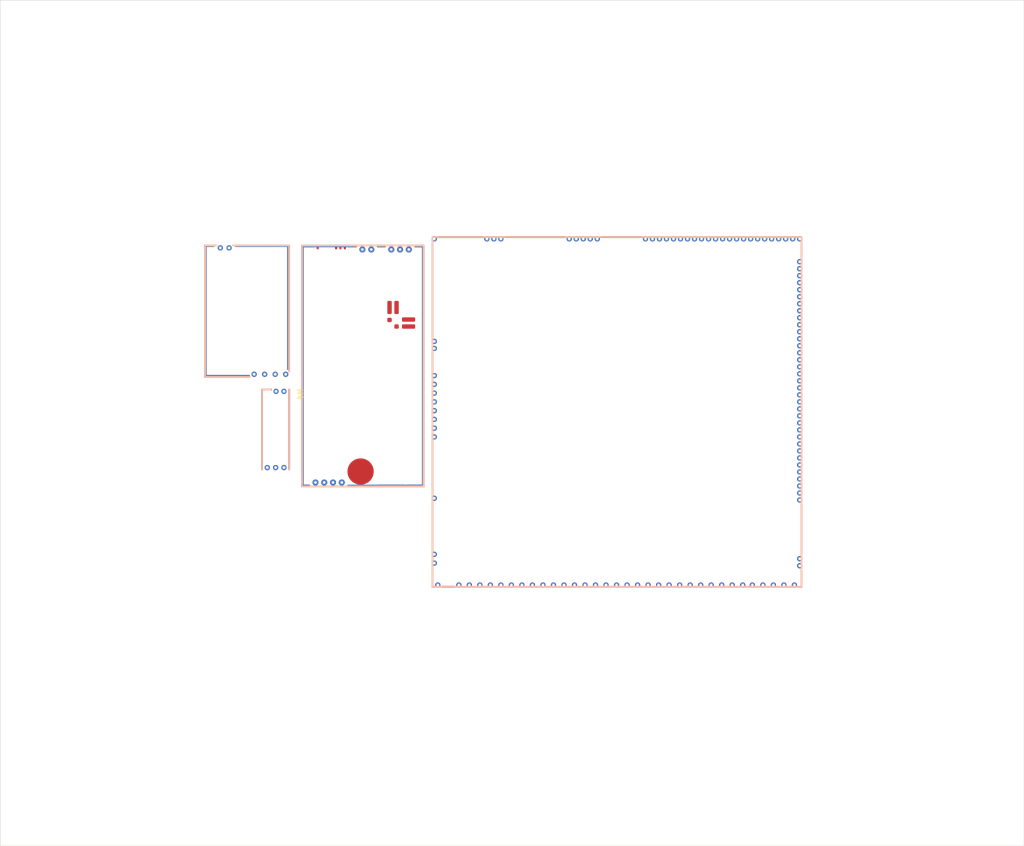
<source format=kicad_pcb>
(kicad_pcb (version 20221018) (generator pcbnew)
  (layers (0 "F.Cu" signal) (31 "B.Cu" signal) (34 "B.Paste" user) (35 "F.Paste" user) (36 "B.SilkS" user "B.Silkscreen") (37 "F.SilkS" user "F.Silkscreen") (38 "B.Mask" user) (39 "F.Mask" user) (44 "Edge.Cuts" user))
  (net 0 "")
  (footprint "0.3:vr-max9924" (layer "F.Cu") (at 91.860001 71.07 -90)
    (fp_text reference "M3" hide)
    (fp_text value "Module-vr-max9924-0.1" hide)
    (fp_line (start 0.1 -9.7) (end 0.1 -3.3) (stroke (width 0.2)) (layer "B.SilkS"))
    (fp_line (start 0.1 -0.1) (end 0.1 -1.4) (stroke (width 0.2)) (layer "B.SilkS"))
    (fp_line (start 0.1 -0.1) (end 15.1 -0.1) (stroke (width 0.2)) (layer "B.SilkS"))
    (fp_line (start 14.5 -9.7) (end 0.1 -9.7) (stroke (width 0.2)) (layer "B.SilkS"))
    (fp_line (start 15.1 -0.1) (end 15.1 -5.2) (stroke (width 0.2)) (layer "B.SilkS"))
    (fp_line (start 0.1 -9.7) (end 0.1 -3.3) (stroke (width 0.2)) (layer "F.SilkS"))
    (fp_line (start 0.1 -0.1) (end 0.1 -1.4) (stroke (width 0.2)) (layer "F.SilkS"))
    (fp_line (start 0.1 -0.1) (end 15.1 -0.1) (stroke (width 0.2)) (layer "F.SilkS"))
    (fp_line (start 14.5 -9.7) (end 0.1 -9.7) (stroke (width 0.2)) (layer "F.SilkS"))
    (fp_line (start 15.1 -0.1) (end 15.1 -5.2) (stroke (width 0.2)) (layer "F.SilkS"))
    (pad "E1" thru_hole circle (at 14.8 -6.9 90) (size 0.6 0.6) (drill 0.3) (layers "*.Cu" "*.Mask"))
    (pad "E2" thru_hole circle (at 14.8 -5.7 90) (size 0.6 0.6) (drill 0.3) (layers "*.Cu" "*.Mask"))
    (pad "E3" thru_hole circle (at 14.8 -8.1 90) (size 0.6 0.6) (drill 0.3) (layers "*.Cu" "*.Mask"))
    (pad "E4" thru_hole circle (at 14.8 -9.3 90) (size 0.6 0.6) (drill 0.3) (layers "*.Cu" "*.Mask"))
    (pad "G" smd rect (at 0.15 -6.6325 270) (size 0.25 6.185) (layers "F.Cu"))
    (pad "G" smd rect (at 0.15 -6.6325 270) (size 0.25 6.185) (layers "B.Cu"))
    (pad "G" smd rect (at 0.15 -0.5825 270) (size 0.25 1.115) (layers "F.Cu"))
    (pad "G" smd rect (at 0.15 -0.5825 270) (size 0.25 1.115) (layers "B.Cu"))
    (pad "G" smd rect (at 7.1625 -9.6) (size 0.25 14.275) (layers "F.Cu"))
    (pad "G" smd rect (at 7.1625 -9.6) (size 0.25 14.275) (layers "B.Cu"))
    (pad "G" smd rect (at 7.575 -0.15) (size 0.25 15.1) (layers "F.Cu"))
    (pad "G" smd rect (at 7.575 -0.15) (size 0.25 15.1) (layers "B.Cu"))
    (pad "G" smd rect (at 15 -2.6125 270) (size 0.25 5.175) (layers "F.Cu"))
    (pad "G" smd rect (at 15 -2.6125 270) (size 0.25 5.175) (layers "B.Cu"))
    (pad "W1" thru_hole circle (at 0.375 -2.84 90) (size 0.6 0.6) (drill 0.3) (layers "*.Cu" "*.Mask"))
    (pad "W2" thru_hole circle (at 0.375 -1.84 90) (size 0.6 0.6) (drill 0.3) (layers "*.Cu" "*.Mask"))
  )
  (footprint "0.2:knock" (layer "F.Cu") (at 98.359998 87.52 -90)
    (fp_text reference "M4" (at -0.0998 -4.0382 -90 unlocked) (layer "F.SilkS") (effects (font (size 0.6 0.6) (thickness 0.254)) (justify left bottom)))
    (fp_text value "Module-knock-0.2" hide)
    (fp_line (start 0.1 -3.200003) (end 9.2 -3.200003) (stroke (width 0.2)) (layer "B.SilkS"))
    (fp_line (start 0.1 -0.1) (end 0.1 -1.100002) (stroke (width 0.2)) (layer "B.SilkS"))
    (fp_line (start 0.1 -0.1) (end 9.2 -0.1) (stroke (width 0.2)) (layer "B.SilkS"))
    (fp_line (start 0.1 -3.200003) (end 9.2 -3.200003) (stroke (width 0.2)) (layer "F.SilkS"))
    (fp_line (start 0.1 -0.1) (end 0.1 -1.100002) (stroke (width 0.2)) (layer "F.SilkS"))
    (fp_line (start 0.1 -0.1) (end 9.2 -0.1) (stroke (width 0.2)) (layer "F.SilkS"))
    (pad "E1" thru_hole circle (at 9 -2.6 90) (size 0.6 0.6) (drill 0.3) (layers "*.Cu" "*.Mask"))
    (pad "E2" smd oval (at 0.1 -0.625 90) (size 0.2 1.225) (layers "F.Cu" "F.Paste" "F.Mask"))
    (pad "E2" smd oval (at 0.1 -0.625 90) (size 0.2 1.225) (layers "B.Cu" "B.Paste" "B.Mask"))
    (pad "E2" smd oval (at 4.65 -3.2) (size 0.2 9.3) (layers "F.Cu" "F.Paste" "F.Mask"))
    (pad "E2" smd oval (at 4.65 -3.2) (size 0.2 9.3) (layers "B.Cu" "B.Paste" "B.Mask"))
    (pad "E2" smd oval (at 4.65 -0.1 180) (size 0.2 9.3) (layers "F.Cu" "F.Paste" "F.Mask"))
    (pad "E2" smd oval (at 4.65 -0.1 180) (size 0.2 9.3) (layers "B.Cu" "B.Paste" "B.Mask"))
    (pad "E2" thru_hole circle (at 9 -1.65 90) (size 0.6 0.6) (drill 0.3) (layers "*.Cu" "*.Mask"))
    (pad "E3" thru_hole circle (at 9 -0.700002 90) (size 0.6 0.6) (drill 0.3) (layers "*.Cu" "*.Mask"))
    (pad "W1" thru_hole circle (at 0.3 -1.7 270) (size 0.6 0.6) (drill 0.3) (layers "*.Cu" "*.Mask"))
    (pad "W2" thru_hole circle (at 0.3 -2.6 270) (size 0.6 0.6) (drill 0.3) (layers "*.Cu" "*.Mask"))
  )
  (footprint "0.1:mega-mcu64" (layer "F.Cu") (at 117.819998 110.220003)
    (fp_text reference "M1" hide)
    (fp_text value "Module-mega-mcu64-0.1" hide)
    (fp_line (start 0.099999 -39.999998) (end 40.900002 -39.999998) (stroke (width 0.2)) (layer "B.SilkS"))
    (fp_line (start 0.099999 -0.099999) (end 0.099999 -39.999998) (stroke (width 0.2)) (layer "B.SilkS"))
    (fp_line (start 0.099999 -0.099999) (end 42.199999 -0.099999) (stroke (width 0.2)) (layer "B.SilkS"))
    (fp_line (start 40.900002 -39.999998) (end 42.200002 -39.999998) (stroke (width 0.2)) (layer "B.SilkS"))
    (fp_line (start 42.199999 -0.099999) (end 42.200002 -39.999998) (stroke (width 0.2)) (layer "B.SilkS"))
    (fp_line (start 0.099999 -39.999998) (end 40.900002 -39.999998) (stroke (width 0.2)) (layer "F.SilkS"))
    (fp_line (start 0.099999 -0.099999) (end 0.099999 -39.999998) (stroke (width 0.2)) (layer "F.SilkS"))
    (fp_line (start 0.099999 -0.099999) (end 42.199999 -0.099999) (stroke (width 0.2)) (layer "F.SilkS"))
    (fp_line (start 40.900002 -39.999998) (end 42.200002 -39.999998) (stroke (width 0.2)) (layer "F.SilkS"))
    (fp_line (start 42.199999 -0.099999) (end 42.200002 -39.999998) (stroke (width 0.2)) (layer "F.SilkS"))
    (pad "E1" thru_hole circle (at 42.000002 -37.199996) (size 0.6 0.6) (drill 0.3) (layers "*.Cu"))
    (pad "E2" thru_hole circle (at 42.000002 -36.399995) (size 0.6 0.6) (drill 0.3) (layers "*.Cu"))
    (pad "E3" thru_hole circle (at 42.000002 -35.599997) (size 0.6 0.6) (drill 0.3) (layers "*.Cu"))
    (pad "E4" thru_hole circle (at 42.000002 -34.799996) (size 0.6 0.6) (drill 0.3) (layers "*.Cu"))
    (pad "E6" thru_hole circle (at 42.000002 -33.999995 270) (size 0.6 0.6) (drill 0.3) (layers "*.Cu"))
    (pad "E7" thru_hole circle (at 41.999999 -33.199997 270) (size 0.6 0.6) (drill 0.3) (layers "*.Cu"))
    (pad "E8" thru_hole circle (at 41.999999 -32.399996 270) (size 0.6 0.6) (drill 0.3) (layers "*.Cu"))
    (pad "E9" thru_hole circle (at 42.000002 -31.599992 270) (size 0.6 0.6) (drill 0.3) (layers "*.Cu"))
    (pad "E10" thru_hole circle (at 42.000002 -30.799996 270) (size 0.6 0.6) (drill 0.3) (layers "*.Cu"))
    (pad "E11" thru_hole circle (at 42.000002 -29.999996 270) (size 0.6 0.6) (drill 0.3) (layers "*.Cu"))
    (pad "E12" thru_hole circle (at 42.000002 -29.199995 270) (size 0.6 0.6) (drill 0.3) (layers "*.Cu"))
    (pad "E13" thru_hole circle (at 41.999999 -28.399996 270) (size 0.6 0.6) (drill 0.3) (layers "*.Cu"))
    (pad "E14" thru_hole circle (at 41.999999 -27.599995 270) (size 0.6 0.6) (drill 0.3) (layers "*.Cu"))
    (pad "E15" thru_hole circle (at 41.999999 -26.799994 270) (size 0.6 0.6) (drill 0.3) (layers "*.Cu"))
    (pad "E16" thru_hole circle (at 42.000002 -25.999996 270) (size 0.6 0.6) (drill 0.3) (layers "*.Cu"))
    (pad "E17" thru_hole circle (at 42.000002 -25.199995 270) (size 0.6 0.6) (drill 0.3) (layers "*.Cu"))
    (pad "E18" thru_hole circle (at 42.000002 -24.399997 270) (size 0.6 0.6) (drill 0.3) (layers "*.Cu"))
    (pad "E19" thru_hole circle (at 41.999999 -23.599996 270) (size 0.6 0.6) (drill 0.3) (layers "*.Cu"))
    (pad "E20" thru_hole circle (at 41.999999 -22.799995 270) (size 0.6 0.6) (drill 0.3) (layers "*.Cu"))
    (pad "E21" thru_hole circle (at 42.000002 -21.999996 270) (size 0.6 0.6) (drill 0.3) (layers "*.Cu"))
    (pad "E22" thru_hole circle (at 42.000002 -21.199995 270) (size 0.6 0.6) (drill 0.3) (layers "*.Cu"))
    (pad "E23" thru_hole circle (at 42.000002 -20.399994 270) (size 0.6 0.6) (drill 0.3) (layers "*.Cu"))
    (pad "E24" thru_hole circle (at 42.000002 -19.599996 270) (size 0.6 0.6) (drill 0.3) (layers "*.Cu"))
    (pad "E25" thru_hole circle (at 42.000002 -18.799995 180) (size 0.6 0.6) (drill 0.3) (layers "*.Cu"))
    (pad "E26" thru_hole circle (at 42.000002 -17.999997 180) (size 0.6 0.6) (drill 0.3) (layers "*.Cu"))
    (pad "E27" thru_hole circle (at 42.000002 -17.199996 270) (size 0.6 0.6) (drill 0.3) (layers "*.Cu"))
    (pad "E28" thru_hole circle (at 42.000002 -16.399995 270) (size 0.6 0.6) (drill 0.3) (layers "*.Cu"))
    (pad "E29" thru_hole circle (at 42.000002 -15.599996 180) (size 0.6 0.6) (drill 0.3) (layers "*.Cu"))
    (pad "E30" thru_hole circle (at 42.000002 -14.799995 180) (size 0.6 0.6) (drill 0.3) (layers "*.Cu"))
    (pad "E31" thru_hole circle (at 41.999999 -13.999997 180) (size 0.6 0.6) (drill 0.3) (layers "*.Cu"))
    (pad "E32" thru_hole circle (at 42.000002 -13.199994 180) (size 0.6 0.6) (drill 0.3) (layers "*.Cu"))
    (pad "E33" thru_hole circle (at 42.000002 -12.399995 180) (size 0.6 0.6) (drill 0.3) (layers "*.Cu"))
    (pad "E34" thru_hole circle (at 42.000002 -11.599997 180) (size 0.6 0.6) (drill 0.3) (layers "*.Cu"))
    (pad "E35" thru_hole circle (at 42.000002 -10.799996 270) (size 0.6 0.6) (drill 0.3) (layers "*.Cu"))
    (pad "E36" thru_hole circle (at 42.000002 -9.999995 270) (size 0.6 0.6) (drill 0.3) (layers "*.Cu"))
    (pad "E38" thru_hole circle (at 41.999999 -3.300001 270) (size 0.6 0.6) (drill 0.3) (layers "*.Cu"))
    (pad "E39" thru_hole circle (at 42.000002 -2.5 270) (size 0.6 0.6) (drill 0.3) (layers "*.Cu"))
    (pad "G" smd rect (at 0.099997 -1.15) (size 0.2 2.3) (layers "F.Cu" "F.Paste"))
    (pad "G" smd rect (at 0.099997 -1.15) (size 0.2 2.3) (layers "B.Cu" "B.Paste"))
    (pad "G" smd rect (at 0.099999 -33.949998) (size 0.2 10.7) (layers "F.Cu" "F.Paste"))
    (pad "G" smd rect (at 0.099999 -33.949998) (size 0.2 10.7) (layers "B.Cu" "B.Paste"))
    (pad "G" smd rect (at 0.099999 -25.749999) (size 0.2 2.1) (layers "F.Cu" "F.Paste"))
    (pad "G" smd rect (at 0.099999 -25.749999) (size 0.2 2.1) (layers "B.Cu" "B.Paste"))
    (pad "G" smd rect (at 0.099999 -13.7) (size 0.2 6) (layers "F.Cu" "F.Paste"))
    (pad "G" smd rect (at 0.099999 -13.7) (size 0.2 6) (layers "B.Cu" "B.Paste"))
    (pad "G" smd rect (at 0.099999 -7.000003) (size 0.2 5.4) (layers "F.Cu" "F.Paste"))
    (pad "G" smd rect (at 0.099999 -7.000003) (size 0.2 5.4) (layers "B.Cu" "B.Paste"))
    (pad "G" smd rect (at 1.900006 -0.099997 90) (size 0.2 1.4) (layers "F.Cu" "F.Paste"))
    (pad "G" smd rect (at 1.900006 -0.099997 90) (size 0.2 1.4) (layers "B.Cu" "B.Paste"))
    (pad "G" smd rect (at 3.300001 -39.999998 270) (size 0.2 5) (layers "F.Cu" "F.Paste"))
    (pad "G" smd rect (at 3.300001 -39.999998 270) (size 0.2 5) (layers "B.Cu" "B.Paste"))
    (pad "G" smd rect (at 11.800004 -39.999998 270) (size 0.2 6.8) (layers "F.Cu" "F.Paste"))
    (pad "G" smd rect (at 11.800004 -39.999998 270) (size 0.2 6.8) (layers "B.Cu" "B.Paste"))
    (pad "G" smd rect (at 21.650007 -39.999998 270) (size 0.2 4.5) (layers "F.Cu" "F.Paste"))
    (pad "G" smd rect (at 21.650007 -39.999998 270) (size 0.2 4.5) (layers "B.Cu" "B.Paste"))
    (pad "G" smd rect (at 42.200002 -38.499999 180) (size 0.2 1.6) (layers "F.Cu" "F.Paste"))
    (pad "G" smd rect (at 42.200002 -38.499999 180) (size 0.2 1.6) (layers "B.Cu" "B.Paste"))
    (pad "G" smd rect (at 42.200002 -6.649996 180) (size 0.2 5.7) (layers "F.Cu" "F.Paste"))
    (pad "G" smd rect (at 42.200002 -6.649996 180) (size 0.2 5.7) (layers "B.Cu" "B.Paste"))
    (pad "G" smd rect (at 42.200002 -1.000003 180) (size 0.2 2) (layers "F.Cu" "F.Paste"))
    (pad "G" smd rect (at 42.200002 -1.000003 180) (size 0.2 2) (layers "B.Cu" "B.Paste"))
    (pad "N1" thru_hole circle (at 42.000002 -39.799999 270) (size 0.6 0.6) (drill 0.3) (layers "*.Cu"))
    (pad "N2" thru_hole circle (at 41.200004 -39.800001 270) (size 0.6 0.6) (drill 0.3) (layers "*.Cu"))
    (pad "N3" thru_hole circle (at 40.400003 -39.800001 270) (size 0.6 0.6) (drill 0.3) (layers "*.Cu"))
    (pad "N4" thru_hole circle (at 39.600004 -39.799999 270) (size 0.6 0.6) (drill 0.3) (layers "*.Cu"))
    (pad "N5" thru_hole circle (at 38.800003 -39.799999 90) (size 0.6 0.6) (drill 0.3) (layers "*.Cu"))
    (pad "N6" thru_hole circle (at 38.000002 -39.799999 270) (size 0.6 0.6) (drill 0.3) (layers "*.Cu"))
    (pad "N7" thru_hole circle (at 37.200004 -39.799999 270) (size 0.6 0.6) (drill 0.3) (layers "*.Cu"))
    (pad "N8" thru_hole circle (at 36.400003 -39.800001 270) (size 0.6 0.6) (drill 0.3) (layers "*.Cu"))
    (pad "N9" thru_hole circle (at 35.600005 -39.799999 90) (size 0.6 0.6) (drill 0.3) (layers "*.Cu"))
    (pad "N10" thru_hole circle (at 34.800004 -39.799999 90) (size 0.6 0.6) (drill 0.3) (layers "*.Cu"))
    (pad "N11" thru_hole circle (at 34.000003 -39.799999 90) (size 0.6 0.6) (drill 0.3) (layers "*.Cu"))
    (pad "N12" thru_hole circle (at 33.200002 -39.799999 90) (size 0.6 0.6) (drill 0.3) (layers "*.Cu"))
    (pad "N13" thru_hole circle (at 32.400003 -39.799999 90) (size 0.6 0.6) (drill 0.3) (layers "*.Cu"))
    (pad "N14" thru_hole circle (at 31.600002 -39.799999 270) (size 0.6 0.6) (drill 0.3) (layers "*.Cu"))
    (pad "N15" thru_hole circle (at 30.800001 -39.800001 270) (size 0.6 0.6) (drill 0.3) (layers "*.Cu"))
    (pad "N16" thru_hole circle (at 30.000001 -39.800001 270) (size 0.6 0.6) (drill 0.3) (layers "*.Cu"))
    (pad "N17" thru_hole circle (at 29.200002 -39.799999 270) (size 0.6 0.6) (drill 0.3) (layers "*.Cu"))
    (pad "N18" thru_hole circle (at 28.400001 -39.799999 270) (size 0.6 0.6) (drill 0.3) (layers "*.Cu"))
    (pad "N19" thru_hole circle (at 27.600003 -39.799999 270) (size 0.6 0.6) (drill 0.3) (layers "*.Cu"))
    (pad "N20" thru_hole circle (at 26.800002 -39.799999 270) (size 0.6 0.6) (drill 0.3) (layers "*.Cu"))
    (pad "N21" thru_hole circle (at 26.000003 -39.800001 270) (size 0.6 0.6) (drill 0.3) (layers "*.Cu"))
    (pad "N22" thru_hole circle (at 25.200002 -39.799999 270) (size 0.6 0.6) (drill 0.3) (layers "*.Cu"))
    (pad "N23" thru_hole circle (at 24.400002 -39.799999 270) (size 0.6 0.6) (drill 0.3) (layers "*.Cu"))
    (pad "N24" thru_hole circle (at 18.900002 -39.799999 270) (size 0.6 0.6) (drill 0.3) (layers "*.Cu"))
    (pad "N25" thru_hole circle (at 18.100001 -39.799999 270) (size 0.6 0.6) (drill 0.3) (layers "*.Cu"))
    (pad "N26" thru_hole circle (at 17.300003 -39.799999 270) (size 0.6 0.6) (drill 0.3) (layers "*.Cu"))
    (pad "N27" thru_hole circle (at 16.500005 -39.799999 270) (size 0.6 0.6) (drill 0.3) (layers "*.Cu"))
    (pad "N28" thru_hole circle (at 15.700006 -39.799999 270) (size 0.6 0.6) (drill 0.3) (layers "*.Cu"))
    (pad "N29" thru_hole circle (at 7.900002 -39.799999 270) (size 0.6 0.6) (drill 0.3) (layers "*.Cu"))
    (pad "N30" thru_hole circle (at 7.100003 -39.799999 270) (size 0.6 0.6) (drill 0.3) (layers "*.Cu"))
    (pad "N31" thru_hole circle (at 6.300005 -39.799999 270) (size 0.6 0.6) (drill 0.3) (layers "*.Cu"))
    (pad "N32" thru_hole circle (at 0.300001 -39.799999 270) (size 0.6 0.6) (drill 0.3) (layers "*.Cu"))
    (pad "S1" thru_hole circle (at 41.400001 -0.299994 270) (size 0.6 0.6) (drill 0.3) (layers "*.Cu"))
    (pad "S2" thru_hole circle (at 40.2 -0.299996 270) (size 0.6 0.6) (drill 0.3) (layers "*.Cu"))
    (pad "S3" thru_hole circle (at 39.000003 -0.299996 270) (size 0.6 0.6) (drill 0.3) (layers "*.Cu"))
    (pad "S4" thru_hole circle (at 37.800003 -0.299994 270) (size 0.6 0.6) (drill 0.3) (layers "*.Cu"))
    (pad "S5" thru_hole circle (at 36.600003 -0.299996 270) (size 0.6 0.6) (drill 0.3) (layers "*.Cu"))
    (pad "S6" thru_hole circle (at 35.500015 -0.299996 270) (size 0.6 0.6) (drill 0.3) (layers "*.Cu"))
    (pad "S7" thru_hole circle (at 34.300015 -0.299996 270) (size 0.6 0.6) (drill 0.3) (layers "*.Cu"))
    (pad "S8" thru_hole circle (at 33.100017 -0.299994 270) (size 0.6 0.6) (drill 0.3) (layers "*.Cu"))
    (pad "S9" thru_hole circle (at 31.900017 -0.299996 270) (size 0.6 0.6) (drill 0.3) (layers "*.Cu"))
    (pad "S10" thru_hole circle (at 30.700014 -0.299996 270) (size 0.6 0.6) (drill 0.3) (layers "*.Cu"))
    (pad "S11" thru_hole circle (at 29.500012 -0.299994 270) (size 0.6 0.6) (drill 0.3) (layers "*.Cu"))
    (pad "S12" thru_hole circle (at 28.300014 -0.299996 270) (size 0.6 0.6) (drill 0.3) (layers "*.Cu"))
    (pad "S13" thru_hole circle (at 27.100016 -0.299996 270) (size 0.6 0.6) (drill 0.3) (layers "*.Cu"))
    (pad "S14" thru_hole circle (at 25.900009 -0.299996 270) (size 0.6 0.6) (drill 0.3) (layers "*.Cu"))
    (pad "S15" thru_hole circle (at 24.700009 -0.299996 270) (size 0.6 0.6) (drill 0.3) (layers "*.Cu"))
    (pad "S16" thru_hole circle (at 23.500011 -0.299996 270) (size 0.6 0.6) (drill 0.3) (layers "*.Cu"))
    (pad "S17" thru_hole circle (at 22.300011 -0.299996 270) (size 0.6 0.6) (drill 0.3) (layers "*.Cu"))
    (pad "S18" thru_hole circle (at 21.100006 -0.299996 270) (size 0.6 0.6) (drill 0.3) (layers "*.Cu"))
    (pad "S19" thru_hole circle (at 19.900005 -0.299996 270) (size 0.6 0.6) (drill 0.3) (layers "*.Cu"))
    (pad "S20" thru_hole circle (at 18.700008 -0.299994 270) (size 0.6 0.6) (drill 0.3) (layers "*.Cu"))
    (pad "S21" thru_hole circle (at 17.500008 -0.299996 270) (size 0.6 0.6) (drill 0.3) (layers "*.Cu"))
    (pad "S22" thru_hole circle (at 16.300005 -0.299994 270) (size 0.6 0.6) (drill 0.3) (layers "*.Cu"))
    (pad "S23" thru_hole circle (at 15.100005 -0.299996 270) (size 0.6 0.6) (drill 0.3) (layers "*.Cu"))
    (pad "S24" thru_hole circle (at 13.90001 -0.299996 270) (size 0.6 0.6) (drill 0.3) (layers "*.Cu"))
    (pad "S25" thru_hole circle (at 12.700007 -0.299994 270) (size 0.6 0.6) (drill 0.3) (layers "*.Cu"))
    (pad "S26" thru_hole circle (at 11.500002 -0.299996 270) (size 0.6 0.6) (drill 0.3) (layers "*.Cu"))
    (pad "S27" thru_hole circle (at 10.300002 -0.299994 270) (size 0.6 0.6) (drill 0.3) (layers "*.Cu"))
    (pad "S28" thru_hole circle (at 9.100004 -0.299996 270) (size 0.6 0.6) (drill 0.3) (layers "*.Cu"))
    (pad "S29" thru_hole circle (at 7.900004 -0.299996 270) (size 0.6 0.6) (drill 0.3) (layers "*.Cu"))
    (pad "S30" thru_hole circle (at 6.699999 -0.299996 270) (size 0.6 0.6) (drill 0.3) (layers "*.Cu"))
    (pad "S31" thru_hole circle (at 5.499999 -0.299996 270) (size 0.6 0.6) (drill 0.3) (layers "*.Cu"))
    (pad "S32" thru_hole circle (at 4.300001 -0.299996 270) (size 0.6 0.6) (drill 0.3) (layers "*.Cu"))
    (pad "S33" thru_hole circle (at 3.100001 -0.299996 270) (size 0.6 0.6) (drill 0.3) (layers "*.Cu"))
    (pad "S35" thru_hole circle (at 0.700001 -0.299996 270) (size 0.6 0.6) (drill 0.3) (layers "*.Cu"))
    (pad "W1" thru_hole circle (at 0.299999 -2.799999 180) (size 0.6 0.6) (drill 0.3) (layers "*.Cu"))
    (pad "W2" thru_hole circle (at 0.299999 -3.8 270) (size 0.6 0.6) (drill 0.3) (layers "*.Cu"))
    (pad "W3" thru_hole circle (at 0.300001 -10.200002 180) (size 0.6 0.6) (drill 0.3) (layers "*.Cu"))
    (pad "W4" thru_hole circle (at 0.300001 -17.199998 180) (size 0.6 0.6) (drill 0.3) (layers "*.Cu"))
    (pad "W5" thru_hole circle (at 0.300001 -18.199999 180) (size 0.6 0.6) (drill 0.3) (layers "*.Cu"))
    (pad "W6" thru_hole circle (at 0.300001 -19.199997 180) (size 0.6 0.6) (drill 0.3) (layers "*.Cu"))
    (pad "W7" thru_hole circle (at 0.300001 -20.199997 180) (size 0.6 0.6) (drill 0.3) (layers "*.Cu"))
    (pad "W8" thru_hole circle (at 0.300001 -21.199998 180) (size 0.6 0.6) (drill 0.3) (layers "*.Cu"))
    (pad "W9" thru_hole circle (at 0.300001 -22.199996 180) (size 0.6 0.6) (drill 0.3) (layers "*.Cu"))
    (pad "W10" thru_hole circle (at 0.300001 -23.199996 180) (size 0.6 0.6) (drill 0.3) (layers "*.Cu"))
    (pad "W11" thru_hole circle (at 0.300001 -24.199994 180) (size 0.6 0.6) (drill 0.3) (layers "*.Cu"))
    (pad "W12" thru_hole circle (at 0.300001 -27.299998 270) (size 0.6 0.6) (drill 0.3) (layers "*.Cu"))
    (pad "W13" thru_hole circle (at 0.300001 -28.099999 270) (size 0.6 0.6) (drill 0.3) (layers "*.Cu"))
  )
  (footprint "0.5:wbo" (layer "F.Cu") (at 102.910001 71.07 -90)
    (fp_text reference "M2" hide)
    (fp_text value "Module-wbo-0.5" hide)
    (fp_rect (start 27.6 -14) (end 0.1 -0.1) (stroke (width 0.2)) (fill none) (layer "B.SilkS"))
    (fp_rect (start 27.6 -14) (end 0.1 -0.1) (stroke (width 0.2)) (fill none) (layer "F.SilkS"))
    (pad "E1" thru_hole circle (at 27.15 -1.65) (size 0.7 0.7) (drill 0.3) (layers "*.Cu"))
    (pad "E2" thru_hole circle (at 27.15 -4.65) (size 0.7 0.7) (drill 0.3) (layers "*.Cu"))
    (pad "E3" thru_hole circle (at 27.15 -3.65) (size 0.7 0.7) (drill 0.3) (layers "*.Cu"))
    (pad "E4" thru_hole circle (at 27.15 -2.65) (size 0.7 0.7) (drill 0.3) (layers "*.Cu"))
    (pad "E5" smd circle (at 25.9 -6.8 270) (size 3 3) (layers "F.Cu"))
    (pad "E6" smd rect (at 27.525 -10.3 270) (size 0.25 3) (layers "F.Cu"))
    (pad "G" smd rect (at 0.175 -13.5 270) (size 0.25 1.1) (layers "F.Cu"))
    (pad "G" smd rect (at 0.175 -13.5 270) (size 0.25 1.1) (layers "B.Cu"))
    (pad "G" smd rect (at 0.175 -9.16 270) (size 0.25 0.98) (layers "F.Cu"))
    (pad "G" smd rect (at 0.175 -9.16 270) (size 0.25 0.98) (layers "B.Cu"))
    (pad "G" smd rect (at 0.175 -5.86 270) (size 0.25 0.98) (layers "F.Cu"))
    (pad "G" smd rect (at 0.175 -3.2 270) (size 0.25 6.3) (layers "B.Cu"))
    (pad "G" smd rect (at 0.175 -0.775 270) (size 0.25 1.45) (layers "F.Cu"))
    (pad "G" smd rect (at 13.85 -13.925) (size 0.25 27.6) (layers "F.Cu"))
    (pad "G" smd rect (at 13.85 -13.925) (size 0.25 27.6) (layers "B.Cu"))
    (pad "G" smd rect (at 13.85 -0.175) (size 0.25 27.6) (layers "F.Cu"))
    (pad "G" smd rect (at 13.85 -0.175) (size 0.25 27.6) (layers "B.Cu"))
    (pad "G" smd rect (at 27.525 -13.075 270) (size 0.25 1.95) (layers "F.Cu"))
    (pad "G" smd rect (at 27.525 -9.675 270) (size 0.25 8.75) (layers "B.Cu"))
    (pad "G" smd rect (at 27.525 -0.525 270) (size 0.25 0.95) (layers "F.Cu"))
    (pad "G" smd rect (at 27.525 -0.525 270) (size 0.25 0.95) (layers "B.Cu"))
    (pad "J1" smd roundrect (at 9.35 -12.275 90) (size 0.5 1.5) (layers "F.Cu"))
    (pad "J2" smd roundrect (at 7.175 -10.1 90) (size 1.5 0.5) (layers "F.Cu"))
    (pad "J_GND1" smd roundrect (at 8.55 -12.275 90) (size 0.5 1.5) (layers "F.Cu"))
    (pad "J_GND2" smd roundrect (at 8.6 -10.1 180) (size 0.5 0.5) (layers "F.Cu"))
    (pad "J_VCC1" smd roundrect (at 9.35 -10.9 90) (size 0.5 0.5) (layers "F.Cu"))
    (pad "J_VCC2" smd roundrect (at 7.175 -10.9 90) (size 1.5 0.5) (layers "F.Cu"))
    (pad "W1" thru_hole circle (at 0.5588 -11.3) (size 0.7 0.7) (drill 0.3) (layers "*.Cu"))
    (pad "W2" thru_hole circle (at 0.5588 -10.3) (size 0.7 0.7) (drill 0.3) (layers "*.Cu"))
    (pad "W3" thru_hole circle (at 0.5588 -7.004) (size 0.7 0.7) (drill 0.3) (layers "*.Cu"))
    (pad "W4" thru_hole circle (at 0.5588 -8.02) (size 0.7 0.7) (drill 0.3) (layers "*.Cu"))
    (pad "W5" smd roundrect (at 0.3 -5 270) (size 0.5 0.25) (layers "F.Cu") (roundrect_rratio 0.5))
    (pad "W6" smd roundrect (at 0.3 -4.5 270) (size 0.5 0.25) (layers "F.Cu") (roundrect_rratio 0.5))
    (pad "W7" smd roundrect (at 0.3 -4 270) (size 0.5 0.25) (layers "F.Cu") (roundrect_rratio 0.5))
    (pad "W8" smd roundrect (at 0.3 -1.9 270) (size 0.5 0.25) (layers "F.Cu") (roundrect_rratio 0.5))
    (pad "W9" thru_hole circle (at 0.5588 -12.3) (size 0.7 0.7) (drill 0.3) (layers "*.Cu"))
  )
  (gr_rect (start 68.58 43.18) (end 185.42 139.7) (stroke (width 0.05)) (fill none) (layer "Edge.Cuts"))
)
</source>
